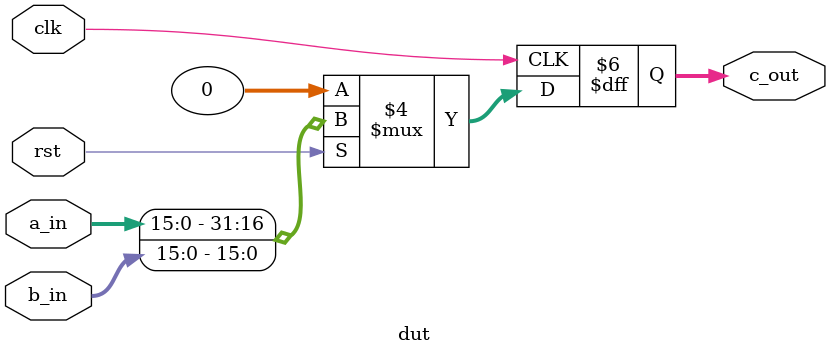
<source format=sv>
module dut(
	/*verilator coverage_off*/
	input logic clk,
	input logic rst,
	input logic [15:0] a_in,
	input logic [15:0] b_in,
	output logic [31:0] c_out
	/*verilator coverage_on*/
);

always_ff @( posedge clk ) begin : flopLogic 
	if (!rst) c_out <= 0;
	else begin
		c_out <= {a_in, b_in};
	end

end

endmodule
</source>
